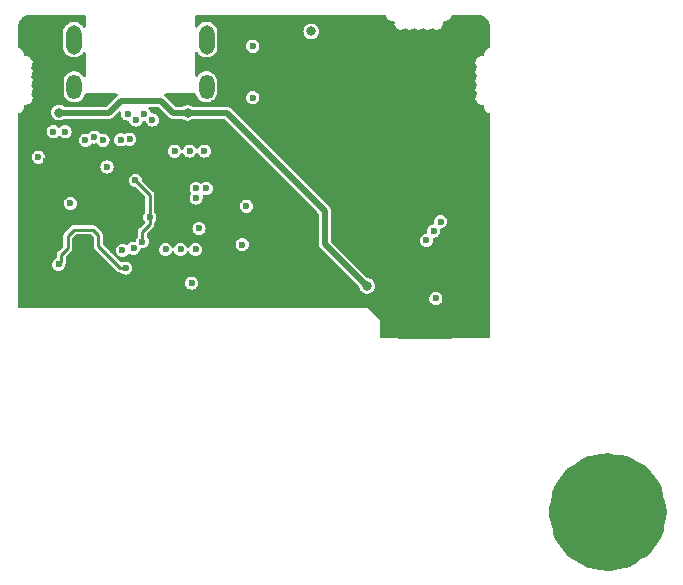
<source format=gbr>
%TF.GenerationSoftware,KiCad,Pcbnew,7.0.10*%
%TF.CreationDate,2024-04-07T01:49:58-04:00*%
%TF.ProjectId,pixie-rev-4,70697869-652d-4726-9576-2d342e6b6963,rev?*%
%TF.SameCoordinates,Original*%
%TF.FileFunction,Copper,L4,Bot*%
%TF.FilePolarity,Positive*%
%FSLAX46Y46*%
G04 Gerber Fmt 4.6, Leading zero omitted, Abs format (unit mm)*
G04 Created by KiCad (PCBNEW 7.0.10) date 2024-04-07 01:49:58*
%MOMM*%
%LPD*%
G01*
G04 APERTURE LIST*
%TA.AperFunction,EtchedComponent*%
%ADD10C,5.000000*%
%TD*%
%TA.AperFunction,ComponentPad*%
%ADD11O,1.300000X2.100000*%
%TD*%
%TA.AperFunction,ComponentPad*%
%ADD12O,1.300000X2.500000*%
%TD*%
%TA.AperFunction,ComponentPad*%
%ADD13R,0.900000X0.500000*%
%TD*%
%TA.AperFunction,ViaPad*%
%ADD14C,0.600000*%
%TD*%
%TA.AperFunction,ViaPad*%
%ADD15C,0.808000*%
%TD*%
%TA.AperFunction,Conductor*%
%ADD16C,0.508000*%
%TD*%
%TA.AperFunction,Conductor*%
%ADD17C,0.254000*%
%TD*%
G04 APERTURE END LIST*
%TO.C,REF\u002A\u002A*%
D10*
X152458581Y-112090916D02*
G75*
G03*
X147458581Y-112090916I-2500000J0D01*
G01*
X147458581Y-112090916D02*
G75*
G03*
X152458581Y-112090916I2500000J0D01*
G01*
%TD*%
D11*
%TO.P,J1,S1,SHEILD*%
%TO.N,unconnected-(J1-SHEILD-PadS1)*%
X115980000Y-76100000D03*
D12*
%TO.P,J1,S2,SHEILD*%
%TO.N,unconnected-(J1-SHEILD-PadS2)*%
X116000000Y-72100000D03*
D11*
%TO.P,J1,S3,SHEILD*%
%TO.N,unconnected-(J1-SHEILD-PadS3)*%
X104780000Y-76100000D03*
D12*
%TO.P,J1,S4,SHEILD*%
%TO.N,unconnected-(J1-SHEILD-PadS4)*%
X104760000Y-72100000D03*
%TD*%
D13*
%TO.P,AE1,2*%
%TO.N,GND*%
X101500000Y-94550000D03*
%TD*%
D14*
%TO.N,GND*%
X105050000Y-82750000D03*
X105250000Y-91425000D03*
X101450000Y-83850000D03*
D15*
X128500000Y-72300000D03*
D14*
X114500000Y-94500000D03*
X100500000Y-92800000D03*
X102380498Y-78950000D03*
X116525500Y-90550000D03*
X120500000Y-79200000D03*
X100500000Y-89400000D03*
X117650000Y-90800000D03*
X100500000Y-87700000D03*
X104650000Y-83500000D03*
X132050000Y-88500000D03*
X100500000Y-80900000D03*
X106700000Y-91325000D03*
X105600000Y-94500000D03*
X115600000Y-94500000D03*
X108325000Y-87825000D03*
X139500000Y-96500000D03*
X102300000Y-93700000D03*
X113410000Y-80700000D03*
X138299999Y-70500000D03*
X107300000Y-85050000D03*
X102350000Y-83950000D03*
X139500000Y-83000000D03*
X100500000Y-91100000D03*
X120850000Y-83350000D03*
X106400000Y-77280000D03*
X102800000Y-89500000D03*
X131700000Y-92800000D03*
X111220000Y-90280000D03*
X110075000Y-94500000D03*
X113400000Y-94500000D03*
X118800000Y-83900000D03*
X101800000Y-89500000D03*
X104360000Y-91560000D03*
X101275000Y-88700000D03*
X108650000Y-92150000D03*
X118900000Y-87350000D03*
X100500000Y-93700000D03*
X104525000Y-92625000D03*
X103600000Y-92900000D03*
X105225000Y-92150000D03*
X102900000Y-84800000D03*
X139500000Y-94000000D03*
X106400000Y-86975000D03*
X118750000Y-82300000D03*
X100500000Y-86000000D03*
X128000000Y-78450000D03*
X116700000Y-94500000D03*
X102435500Y-81400000D03*
X128250000Y-83300000D03*
X104500000Y-94500000D03*
X100518219Y-94527124D03*
X107825000Y-92400000D03*
X108900000Y-94500000D03*
X107240000Y-92960000D03*
X102410355Y-82405576D03*
X108057133Y-89914906D03*
X104850000Y-81150000D03*
X105400000Y-83950000D03*
X104750000Y-81950000D03*
X125150000Y-90450000D03*
X103600000Y-85150000D03*
X111200000Y-93500000D03*
X126400000Y-94500000D03*
X130650000Y-72450000D03*
X105950000Y-93900000D03*
X103000000Y-93600000D03*
X100500000Y-84300000D03*
X107300000Y-85925000D03*
X124150000Y-75050000D03*
X102500000Y-90700000D03*
X120600000Y-70500000D03*
X104800000Y-74200000D03*
X107275000Y-86950000D03*
X106700000Y-94500000D03*
X116450000Y-79750000D03*
X108700000Y-93300000D03*
X139500000Y-72400000D03*
X125900000Y-70500000D03*
D15*
X118400000Y-71400000D03*
D14*
X130500000Y-82000000D03*
X111200000Y-94500000D03*
X124900000Y-83500000D03*
X127250000Y-86500000D03*
X101400000Y-93700000D03*
X109175000Y-85925000D03*
X120800000Y-91550000D03*
X114730000Y-80330000D03*
X102380498Y-80450000D03*
X115100000Y-87025000D03*
X100500000Y-70700000D03*
X105300000Y-89500000D03*
X135550000Y-92050000D03*
X129300000Y-91300000D03*
X107500000Y-91600000D03*
X124550000Y-79350000D03*
X119900000Y-94500000D03*
X118500000Y-92200000D03*
X111850000Y-84025000D03*
X109900000Y-92700000D03*
X123000000Y-91400000D03*
X139500000Y-90000000D03*
X102600000Y-94429978D03*
X103400000Y-70500000D03*
X108300000Y-85925000D03*
X116600000Y-77500000D03*
X106400000Y-85925000D03*
X112600000Y-87025000D03*
X132050000Y-95500000D03*
X111274204Y-81816717D03*
X130500000Y-74500000D03*
X104760000Y-90780000D03*
X116650000Y-81250000D03*
X124800000Y-88400000D03*
X109175000Y-86950000D03*
D15*
X126350000Y-92950000D03*
D14*
X103500000Y-88800000D03*
X121900000Y-73100000D03*
X115650000Y-79200000D03*
X104100000Y-82800000D03*
X123200000Y-86300000D03*
X120900000Y-87400000D03*
X112300000Y-94500000D03*
X116100000Y-93800000D03*
X105100000Y-79850000D03*
X105050000Y-94100000D03*
X103500000Y-81500000D03*
X106550000Y-93425000D03*
X117100000Y-74000000D03*
X113900000Y-87025000D03*
X114380000Y-77280000D03*
X108300000Y-85050000D03*
X105300000Y-88870000D03*
X119300000Y-75300000D03*
X130100000Y-70500000D03*
X113500000Y-84025000D03*
X116550000Y-86300000D03*
X107800000Y-94500000D03*
X128250000Y-88200000D03*
X139500000Y-87000000D03*
X108300000Y-86975000D03*
X103700000Y-86100000D03*
X139500000Y-80000000D03*
%TO.N,/SW_4*%
X135400000Y-94000000D03*
X108859122Y-89940878D03*
D15*
%TO.N,/PIXEL*%
X124850000Y-71400000D03*
D14*
X115100000Y-84700000D03*
%TO.N,/SW_3*%
X119000000Y-89450000D03*
X134600000Y-89100000D03*
D15*
%TO.N,5V*%
X129580000Y-92950000D03*
X103500000Y-78270000D03*
X114375000Y-78300000D03*
D14*
%TO.N,3V3*%
X111179617Y-87124045D03*
X109960000Y-84020000D03*
X109125000Y-91425000D03*
X110545000Y-89200000D03*
X103450000Y-91125000D03*
%TO.N,/MCU/CHIP_PU*%
X114720000Y-92700000D03*
X109800000Y-89750000D03*
%TO.N,/Power/USB_D+*%
X110700000Y-78400000D03*
X109300000Y-78400000D03*
X103000000Y-79900000D03*
%TO.N,/Power/USB_D-*%
X110000000Y-78900000D03*
X111400000Y-78900000D03*
X104000000Y-79900000D03*
%TO.N,/MCU/DISP_DC*%
X119350000Y-86200000D03*
X115350000Y-88083128D03*
%TO.N,/MCU/FLASH_CS0*%
X112515500Y-89850000D03*
X107550000Y-82875000D03*
%TO.N,/MCU/FLASH_IO0*%
X106475000Y-80340000D03*
X115805000Y-81530000D03*
%TO.N,/MCU/FLASH_IO2*%
X108720000Y-80580000D03*
X115055500Y-89850000D03*
%TO.N,/MCU/FLASH_CLK*%
X114550000Y-81525000D03*
X107225000Y-80610000D03*
%TO.N,/MCU/FLASH_IO1*%
X113785500Y-89850000D03*
X105730000Y-80610000D03*
%TO.N,/MCU/FLASH_IO3*%
X109480000Y-80521770D03*
X113275000Y-81540000D03*
%TO.N,Net-(J2-LEDK)*%
X119900000Y-72650000D03*
X119900000Y-77000000D03*
%TO.N,Net-(U4-U0TXD{slash}GPIO21)*%
X101750000Y-82050000D03*
X104450000Y-85950000D03*
%TO.N,/MCU/SW_1*%
X135800000Y-87500000D03*
X115975000Y-84700000D03*
%TO.N,/MCU/SW_2*%
X135200000Y-88300000D03*
X115100000Y-85500000D03*
%TD*%
D16*
%TO.N,5V*%
X126000000Y-86610050D02*
X117689950Y-78300000D01*
X103500000Y-78270000D02*
X103505000Y-78275000D01*
X107750000Y-78275000D02*
X108750000Y-77275000D01*
X126000000Y-89370000D02*
X126000000Y-86610050D01*
X129580000Y-92950000D02*
X126000000Y-89370000D01*
X112150000Y-77275000D02*
X113175000Y-78300000D01*
X108750000Y-77275000D02*
X112150000Y-77275000D01*
X117689950Y-78300000D02*
X114375000Y-78300000D01*
X103505000Y-78275000D02*
X107750000Y-78275000D01*
X113175000Y-78300000D02*
X114375000Y-78300000D01*
D17*
%TO.N,3V3*%
X111179617Y-87720383D02*
X111179617Y-87124045D01*
X110545000Y-88355000D02*
X111179617Y-87720383D01*
X103700000Y-90875000D02*
X103700000Y-90300000D01*
X103450000Y-91125000D02*
X103700000Y-90875000D01*
X106800000Y-89575000D02*
X108650000Y-91425000D01*
X104225000Y-88725000D02*
X104750000Y-88200000D01*
X106375000Y-88200000D02*
X106800000Y-88625000D01*
X106800000Y-88625000D02*
X106800000Y-89575000D01*
X110545000Y-89200000D02*
X110545000Y-88355000D01*
X111179617Y-87124045D02*
X111179617Y-85239617D01*
X103700000Y-90300000D02*
X104225000Y-89775000D01*
X104750000Y-88200000D02*
X106375000Y-88200000D01*
X111179617Y-85239617D02*
X109960000Y-84020000D01*
X108650000Y-91425000D02*
X109125000Y-91425000D01*
X104225000Y-89775000D02*
X104225000Y-88725000D01*
%TD*%
%TA.AperFunction,Conductor*%
%TO.N,GND*%
G36*
X105701621Y-70020502D02*
G01*
X105748114Y-70074158D01*
X105759500Y-70126500D01*
X105759500Y-70951947D01*
X105739498Y-71020068D01*
X105685842Y-71066561D01*
X105615568Y-71076665D01*
X105550988Y-71047171D01*
X105524381Y-71014948D01*
X105518925Y-71005498D01*
X105495786Y-70965420D01*
X105368562Y-70824123D01*
X105252862Y-70740062D01*
X105214741Y-70712365D01*
X105041045Y-70635031D01*
X104855067Y-70595500D01*
X104664933Y-70595500D01*
X104478954Y-70635031D01*
X104305258Y-70712365D01*
X104151438Y-70824122D01*
X104024215Y-70965418D01*
X104024214Y-70965420D01*
X104001075Y-71005498D01*
X103929148Y-71130077D01*
X103870391Y-71310908D01*
X103855500Y-71452593D01*
X103855500Y-72747406D01*
X103870391Y-72889091D01*
X103929148Y-73069922D01*
X103941885Y-73091982D01*
X104024214Y-73234580D01*
X104151438Y-73375877D01*
X104305259Y-73487635D01*
X104478955Y-73564969D01*
X104664933Y-73604500D01*
X104855067Y-73604500D01*
X105041045Y-73564969D01*
X105214741Y-73487635D01*
X105368562Y-73375877D01*
X105495786Y-73234580D01*
X105524381Y-73185051D01*
X105575764Y-73136059D01*
X105645477Y-73122623D01*
X105711388Y-73149009D01*
X105752570Y-73206842D01*
X105759500Y-73248052D01*
X105759500Y-75117306D01*
X105739498Y-75185427D01*
X105685842Y-75231920D01*
X105615568Y-75242024D01*
X105550988Y-75212530D01*
X105524382Y-75180309D01*
X105515786Y-75165420D01*
X105388562Y-75024123D01*
X105336207Y-74986085D01*
X105234741Y-74912365D01*
X105061045Y-74835031D01*
X104875067Y-74795500D01*
X104684933Y-74795500D01*
X104498954Y-74835031D01*
X104325258Y-74912365D01*
X104171438Y-75024122D01*
X104044215Y-75165418D01*
X104044214Y-75165420D01*
X104035618Y-75180309D01*
X103949148Y-75330077D01*
X103890391Y-75510908D01*
X103875500Y-75652593D01*
X103875500Y-76547406D01*
X103890391Y-76689091D01*
X103916385Y-76769090D01*
X103949147Y-76869920D01*
X104044214Y-77034580D01*
X104171438Y-77175877D01*
X104325259Y-77287635D01*
X104498955Y-77364969D01*
X104684933Y-77404500D01*
X104875067Y-77404500D01*
X105061045Y-77364969D01*
X105234741Y-77287635D01*
X105388562Y-77175877D01*
X105515786Y-77034580D01*
X105610853Y-76869920D01*
X105653848Y-76737594D01*
X105693922Y-76678989D01*
X105737176Y-76660709D01*
X105736924Y-76660098D01*
X105736982Y-76660074D01*
X105740186Y-76659437D01*
X105759318Y-76651352D01*
X105773604Y-76650531D01*
X105785023Y-76650524D01*
X105785023Y-76650526D01*
X105785158Y-76650500D01*
X108356391Y-76650500D01*
X108424512Y-76670502D01*
X108471005Y-76724158D01*
X108481109Y-76794432D01*
X108451615Y-76859012D01*
X108438890Y-76871735D01*
X108437098Y-76873288D01*
X108434111Y-76875876D01*
X108427135Y-76881497D01*
X108416152Y-76889720D01*
X108406457Y-76899415D01*
X108399879Y-76905539D01*
X108361750Y-76938578D01*
X108361746Y-76938583D01*
X108359095Y-76942708D01*
X108342201Y-76963671D01*
X107576275Y-77729596D01*
X107513965Y-77763620D01*
X107487182Y-77766500D01*
X103972480Y-77766500D01*
X103904359Y-77746498D01*
X103888926Y-77734812D01*
X103876817Y-77724084D01*
X103876813Y-77724082D01*
X103735220Y-77649769D01*
X103579957Y-77611500D01*
X103579956Y-77611500D01*
X103420044Y-77611500D01*
X103420042Y-77611500D01*
X103264779Y-77649769D01*
X103123186Y-77724082D01*
X103123182Y-77724084D01*
X103003484Y-77830128D01*
X102912647Y-77961728D01*
X102912644Y-77961734D01*
X102855938Y-78111253D01*
X102855937Y-78111257D01*
X102836664Y-78269997D01*
X102836664Y-78270002D01*
X102855937Y-78428742D01*
X102855938Y-78428746D01*
X102912644Y-78578265D01*
X102912647Y-78578271D01*
X103003484Y-78709871D01*
X103003485Y-78709872D01*
X103003486Y-78709873D01*
X103123182Y-78815915D01*
X103264778Y-78890230D01*
X103420044Y-78928500D01*
X103420045Y-78928500D01*
X103579955Y-78928500D01*
X103579956Y-78928500D01*
X103735222Y-78890230D01*
X103876818Y-78815915D01*
X103877636Y-78815189D01*
X103878363Y-78814848D01*
X103883086Y-78811588D01*
X103883628Y-78812373D01*
X103941888Y-78784988D01*
X103961192Y-78783500D01*
X107681784Y-78783500D01*
X107708565Y-78786378D01*
X107713351Y-78787420D01*
X107713351Y-78787419D01*
X107713352Y-78787420D01*
X107747356Y-78784988D01*
X107763674Y-78783820D01*
X107772662Y-78783500D01*
X107786366Y-78783500D01*
X107786368Y-78783500D01*
X107799953Y-78781546D01*
X107808853Y-78780589D01*
X107859201Y-78776989D01*
X107863794Y-78775275D01*
X107889893Y-78768614D01*
X107894734Y-78767919D01*
X107940633Y-78746957D01*
X107948914Y-78743526D01*
X107996204Y-78725889D01*
X108000117Y-78722958D01*
X108023299Y-78709204D01*
X108027743Y-78707176D01*
X108065891Y-78674119D01*
X108072861Y-78668503D01*
X108083848Y-78660280D01*
X108093551Y-78650575D01*
X108100118Y-78644461D01*
X108138250Y-78611421D01*
X108140898Y-78607299D01*
X108157796Y-78586330D01*
X108538378Y-78205748D01*
X108600688Y-78171724D01*
X108671503Y-78176789D01*
X108728339Y-78219336D01*
X108753150Y-78285856D01*
X108752393Y-78311290D01*
X108740715Y-78399998D01*
X108740715Y-78400000D01*
X108759771Y-78544752D01*
X108815644Y-78679641D01*
X108815649Y-78679649D01*
X108904525Y-78795474D01*
X109020350Y-78884350D01*
X109020357Y-78884355D01*
X109155246Y-78940228D01*
X109300000Y-78959285D01*
X109322653Y-78956302D01*
X109392799Y-78967240D01*
X109445899Y-79014367D01*
X109455929Y-79037406D01*
X109456612Y-79037124D01*
X109515644Y-79179641D01*
X109515649Y-79179649D01*
X109604525Y-79295474D01*
X109720350Y-79384350D01*
X109720357Y-79384355D01*
X109855246Y-79440228D01*
X110000000Y-79459285D01*
X110144754Y-79440228D01*
X110279643Y-79384355D01*
X110395474Y-79295474D01*
X110484355Y-79179643D01*
X110540228Y-79044754D01*
X110540228Y-79044752D01*
X110543388Y-79037124D01*
X110545631Y-79038053D01*
X110576136Y-78987998D01*
X110639994Y-78956971D01*
X110677342Y-78956302D01*
X110700000Y-78959285D01*
X110722653Y-78956302D01*
X110792799Y-78967240D01*
X110845899Y-79014367D01*
X110855929Y-79037406D01*
X110856612Y-79037124D01*
X110915644Y-79179641D01*
X110915649Y-79179649D01*
X111004525Y-79295474D01*
X111120350Y-79384350D01*
X111120357Y-79384355D01*
X111255246Y-79440228D01*
X111400000Y-79459285D01*
X111544754Y-79440228D01*
X111679643Y-79384355D01*
X111795474Y-79295474D01*
X111884355Y-79179643D01*
X111940228Y-79044754D01*
X111959285Y-78900000D01*
X111940228Y-78755246D01*
X111884355Y-78620358D01*
X111795474Y-78504526D01*
X111795472Y-78504524D01*
X111795471Y-78504523D01*
X111679649Y-78415649D01*
X111679641Y-78415644D01*
X111544752Y-78359771D01*
X111400000Y-78340715D01*
X111399998Y-78340715D01*
X111377345Y-78343697D01*
X111307196Y-78332757D01*
X111254098Y-78285628D01*
X111244072Y-78262593D01*
X111243388Y-78262877D01*
X111240228Y-78255249D01*
X111240228Y-78255246D01*
X111184355Y-78120358D01*
X111095474Y-78004526D01*
X111095472Y-78004524D01*
X111095468Y-78004519D01*
X111089635Y-77998686D01*
X111092202Y-77996118D01*
X111060110Y-77952320D01*
X111055771Y-77881456D01*
X111090433Y-77819496D01*
X111153091Y-77786111D01*
X111178611Y-77783500D01*
X111887182Y-77783500D01*
X111955303Y-77803502D01*
X111976277Y-77820405D01*
X112767199Y-78611327D01*
X112784101Y-78632300D01*
X112786748Y-78636419D01*
X112786750Y-78636422D01*
X112824869Y-78669451D01*
X112831442Y-78675570D01*
X112841152Y-78685280D01*
X112841154Y-78685282D01*
X112852131Y-78693499D01*
X112859136Y-78699144D01*
X112870745Y-78709203D01*
X112897257Y-78732176D01*
X112899602Y-78733246D01*
X112901708Y-78734209D01*
X112924877Y-78747956D01*
X112928791Y-78750886D01*
X112928792Y-78750887D01*
X112928794Y-78750887D01*
X112928796Y-78750889D01*
X112976088Y-78768528D01*
X112984358Y-78771953D01*
X113030266Y-78792919D01*
X113032235Y-78793202D01*
X113035111Y-78793616D01*
X113061208Y-78800276D01*
X113065799Y-78801989D01*
X113116126Y-78805588D01*
X113125064Y-78806549D01*
X113138632Y-78808500D01*
X113152338Y-78808500D01*
X113161325Y-78808820D01*
X113173673Y-78809704D01*
X113211647Y-78812420D01*
X113211647Y-78812419D01*
X113211649Y-78812420D01*
X113216434Y-78811378D01*
X113243216Y-78808500D01*
X113908164Y-78808500D01*
X113976285Y-78828502D01*
X113991719Y-78840189D01*
X113998183Y-78845916D01*
X114065464Y-78881227D01*
X114139778Y-78920230D01*
X114295044Y-78958500D01*
X114295045Y-78958500D01*
X114454955Y-78958500D01*
X114454956Y-78958500D01*
X114610222Y-78920230D01*
X114751818Y-78845915D01*
X114758281Y-78840188D01*
X114822534Y-78809987D01*
X114841836Y-78808500D01*
X117427132Y-78808500D01*
X117495253Y-78828502D01*
X117516227Y-78845405D01*
X125454595Y-86783773D01*
X125488621Y-86846085D01*
X125491500Y-86872868D01*
X125491500Y-89301783D01*
X125488622Y-89328562D01*
X125487580Y-89333351D01*
X125491179Y-89383672D01*
X125491500Y-89392661D01*
X125491500Y-89406369D01*
X125493450Y-89419937D01*
X125494410Y-89428867D01*
X125498011Y-89479199D01*
X125498011Y-89479204D01*
X125499726Y-89483801D01*
X125506381Y-89509876D01*
X125507078Y-89514724D01*
X125507082Y-89514738D01*
X125528035Y-89560619D01*
X125531476Y-89568925D01*
X125549110Y-89616202D01*
X125549112Y-89616206D01*
X125552048Y-89620128D01*
X125565788Y-89643286D01*
X125567822Y-89647740D01*
X125567824Y-89647743D01*
X125600856Y-89685864D01*
X125606500Y-89692868D01*
X125614717Y-89703845D01*
X125614719Y-89703847D01*
X125614720Y-89703848D01*
X125624421Y-89713549D01*
X125630538Y-89720119D01*
X125658149Y-89751984D01*
X125663580Y-89758251D01*
X125667697Y-89760897D01*
X125688672Y-89777800D01*
X128893628Y-92982755D01*
X128927654Y-93045067D01*
X128929614Y-93056662D01*
X128935938Y-93108744D01*
X128935938Y-93108746D01*
X128935939Y-93108747D01*
X128964614Y-93184355D01*
X128992644Y-93258265D01*
X128992647Y-93258271D01*
X129083484Y-93389871D01*
X129083485Y-93389872D01*
X129083486Y-93389873D01*
X129203182Y-93495915D01*
X129344778Y-93570230D01*
X129500044Y-93608500D01*
X129500045Y-93608500D01*
X129659955Y-93608500D01*
X129659956Y-93608500D01*
X129815222Y-93570230D01*
X129956818Y-93495915D01*
X130076514Y-93389873D01*
X130167355Y-93258268D01*
X130224061Y-93108747D01*
X130243336Y-92950000D01*
X130243336Y-92949997D01*
X130224062Y-92791257D01*
X130224061Y-92791253D01*
X130189453Y-92700000D01*
X130167355Y-92641732D01*
X130076514Y-92510127D01*
X129956818Y-92404085D01*
X129956817Y-92404084D01*
X129956813Y-92404082D01*
X129903600Y-92376154D01*
X129815222Y-92329770D01*
X129815219Y-92329769D01*
X129815217Y-92329768D01*
X129668405Y-92293581D01*
X129609465Y-92260338D01*
X126545405Y-89196277D01*
X126511379Y-89133965D01*
X126508500Y-89107182D01*
X126508500Y-89100000D01*
X134040715Y-89100000D01*
X134059771Y-89244752D01*
X134115644Y-89379641D01*
X134115649Y-89379649D01*
X134204525Y-89495474D01*
X134320350Y-89584350D01*
X134320357Y-89584355D01*
X134455246Y-89640228D01*
X134600000Y-89659285D01*
X134744754Y-89640228D01*
X134879643Y-89584355D01*
X134995474Y-89495474D01*
X135084355Y-89379643D01*
X135140228Y-89244754D01*
X135159285Y-89100000D01*
X135145274Y-88993575D01*
X135156213Y-88923428D01*
X135203341Y-88870329D01*
X135253748Y-88852208D01*
X135344754Y-88840228D01*
X135479643Y-88784355D01*
X135595474Y-88695474D01*
X135684355Y-88579643D01*
X135740228Y-88444754D01*
X135759285Y-88300000D01*
X135745274Y-88193575D01*
X135756213Y-88123428D01*
X135803341Y-88070329D01*
X135853748Y-88052208D01*
X135944754Y-88040228D01*
X136079643Y-87984355D01*
X136195474Y-87895474D01*
X136284355Y-87779643D01*
X136340228Y-87644754D01*
X136359285Y-87500000D01*
X136340228Y-87355246D01*
X136284355Y-87220358D01*
X136195474Y-87104526D01*
X136195472Y-87104524D01*
X136195471Y-87104523D01*
X136079649Y-87015649D01*
X136079641Y-87015644D01*
X135944752Y-86959771D01*
X135800000Y-86940715D01*
X135655247Y-86959771D01*
X135608123Y-86979291D01*
X135520358Y-87015645D01*
X135520357Y-87015646D01*
X135520356Y-87015646D01*
X135404526Y-87104526D01*
X135315646Y-87220356D01*
X135315645Y-87220358D01*
X135295581Y-87268797D01*
X135259771Y-87355247D01*
X135240715Y-87499999D01*
X135240715Y-87500001D01*
X135254725Y-87606424D01*
X135243785Y-87676572D01*
X135196657Y-87729671D01*
X135146250Y-87747791D01*
X135055247Y-87759771D01*
X135007259Y-87779649D01*
X134920358Y-87815645D01*
X134920357Y-87815646D01*
X134920356Y-87815646D01*
X134804526Y-87904526D01*
X134715646Y-88020356D01*
X134715645Y-88020358D01*
X134705261Y-88045427D01*
X134659771Y-88155247D01*
X134640715Y-88299999D01*
X134640715Y-88300001D01*
X134654725Y-88406424D01*
X134643785Y-88476572D01*
X134596657Y-88529671D01*
X134546250Y-88547791D01*
X134455247Y-88559771D01*
X134407259Y-88579649D01*
X134320358Y-88615645D01*
X134320357Y-88615646D01*
X134320356Y-88615646D01*
X134204526Y-88704526D01*
X134115646Y-88820356D01*
X134115645Y-88820358D01*
X134087708Y-88887802D01*
X134059771Y-88955247D01*
X134040715Y-89099999D01*
X134040715Y-89100000D01*
X126508500Y-89100000D01*
X126508500Y-86678258D01*
X126511379Y-86651477D01*
X126512419Y-86646698D01*
X126508820Y-86596388D01*
X126508500Y-86587401D01*
X126508500Y-86573681D01*
X126506548Y-86560109D01*
X126505586Y-86551161D01*
X126501988Y-86500850D01*
X126501988Y-86500849D01*
X126500278Y-86496266D01*
X126493614Y-86470154D01*
X126492919Y-86465316D01*
X126471960Y-86419423D01*
X126468517Y-86411112D01*
X126450888Y-86363846D01*
X126447951Y-86359922D01*
X126434212Y-86336766D01*
X126432176Y-86332307D01*
X126420841Y-86319226D01*
X126399137Y-86294177D01*
X126393495Y-86287175D01*
X126385286Y-86276210D01*
X126385285Y-86276209D01*
X126385280Y-86276202D01*
X126375582Y-86266504D01*
X126369452Y-86259920D01*
X126336422Y-86221800D01*
X126336419Y-86221798D01*
X126332300Y-86219151D01*
X126311327Y-86202249D01*
X118097749Y-77988671D01*
X118080843Y-77967691D01*
X118078201Y-77963580D01*
X118040071Y-77930540D01*
X118033499Y-77924421D01*
X118023798Y-77914720D01*
X118023797Y-77914719D01*
X118023795Y-77914717D01*
X118012818Y-77906500D01*
X118005814Y-77900856D01*
X117967693Y-77867824D01*
X117967690Y-77867822D01*
X117963236Y-77865788D01*
X117940078Y-77852048D01*
X117936156Y-77849112D01*
X117936152Y-77849110D01*
X117888875Y-77831476D01*
X117880569Y-77828035D01*
X117834688Y-77807082D01*
X117834674Y-77807078D01*
X117829826Y-77806381D01*
X117803751Y-77799726D01*
X117799152Y-77798011D01*
X117748817Y-77794410D01*
X117739887Y-77793450D01*
X117726319Y-77791500D01*
X117726318Y-77791500D01*
X117712612Y-77791500D01*
X117703624Y-77791179D01*
X117701529Y-77791029D01*
X117653302Y-77787579D01*
X117653301Y-77787580D01*
X117648516Y-77788621D01*
X117621734Y-77791500D01*
X114841836Y-77791500D01*
X114773715Y-77771498D01*
X114758281Y-77759811D01*
X114751816Y-77754083D01*
X114610220Y-77679769D01*
X114454957Y-77641500D01*
X114454956Y-77641500D01*
X114295044Y-77641500D01*
X114295042Y-77641500D01*
X114139779Y-77679769D01*
X113998183Y-77754083D01*
X113991719Y-77759811D01*
X113927466Y-77790013D01*
X113908164Y-77791500D01*
X113437818Y-77791500D01*
X113369697Y-77771498D01*
X113348723Y-77754595D01*
X112557799Y-76963671D01*
X112540893Y-76942691D01*
X112538251Y-76938580D01*
X112500121Y-76905540D01*
X112493543Y-76899415D01*
X112483848Y-76889720D01*
X112483847Y-76889719D01*
X112483845Y-76889717D01*
X112472868Y-76881500D01*
X112465869Y-76875860D01*
X112461100Y-76871728D01*
X112422713Y-76812004D01*
X112422710Y-76741007D01*
X112461091Y-76681279D01*
X112525671Y-76651783D01*
X112543608Y-76650500D01*
X114974842Y-76650500D01*
X114974976Y-76650526D01*
X114974977Y-76650524D01*
X114986395Y-76650531D01*
X115010095Y-76657505D01*
X115023018Y-76660074D01*
X115023076Y-76660098D01*
X115022623Y-76661192D01*
X115054504Y-76670575D01*
X115100964Y-76724259D01*
X115106151Y-76737594D01*
X115116385Y-76769090D01*
X115149147Y-76869920D01*
X115244214Y-77034580D01*
X115371438Y-77175877D01*
X115525259Y-77287635D01*
X115698955Y-77364969D01*
X115884933Y-77404500D01*
X116075067Y-77404500D01*
X116261045Y-77364969D01*
X116434741Y-77287635D01*
X116588562Y-77175877D01*
X116715786Y-77034580D01*
X116735751Y-77000000D01*
X119340715Y-77000000D01*
X119359771Y-77144752D01*
X119415644Y-77279641D01*
X119415649Y-77279649D01*
X119504525Y-77395474D01*
X119616042Y-77481044D01*
X119620357Y-77484355D01*
X119755246Y-77540228D01*
X119900000Y-77559285D01*
X120044754Y-77540228D01*
X120179643Y-77484355D01*
X120295474Y-77395474D01*
X120384355Y-77279643D01*
X120440228Y-77144754D01*
X120459285Y-77000000D01*
X120440228Y-76855246D01*
X120384355Y-76720358D01*
X120295474Y-76604526D01*
X120295472Y-76604524D01*
X120295471Y-76604523D01*
X120179649Y-76515649D01*
X120179641Y-76515644D01*
X120044752Y-76459771D01*
X119900000Y-76440715D01*
X119755247Y-76459771D01*
X119691721Y-76486085D01*
X119620358Y-76515645D01*
X119620357Y-76515646D01*
X119620356Y-76515646D01*
X119504526Y-76604526D01*
X119415646Y-76720356D01*
X119415645Y-76720358D01*
X119393835Y-76773011D01*
X119359771Y-76855247D01*
X119340715Y-76999999D01*
X119340715Y-77000000D01*
X116735751Y-77000000D01*
X116810853Y-76869920D01*
X116869608Y-76689092D01*
X116884500Y-76547401D01*
X116884500Y-75652599D01*
X116869608Y-75510908D01*
X116810853Y-75330080D01*
X116715786Y-75165420D01*
X116588562Y-75024123D01*
X116536207Y-74986085D01*
X116434741Y-74912365D01*
X116261045Y-74835031D01*
X116075067Y-74795500D01*
X115884933Y-74795500D01*
X115698954Y-74835031D01*
X115525258Y-74912365D01*
X115371438Y-75024122D01*
X115244215Y-75165418D01*
X115244214Y-75165420D01*
X115235618Y-75180309D01*
X115184234Y-75229301D01*
X115114520Y-75242735D01*
X115048609Y-75216347D01*
X115007429Y-75158514D01*
X115000500Y-75117306D01*
X115000500Y-73248052D01*
X115020502Y-73179931D01*
X115074158Y-73133438D01*
X115144432Y-73123334D01*
X115209012Y-73152828D01*
X115235618Y-73185051D01*
X115264214Y-73234580D01*
X115391438Y-73375877D01*
X115545259Y-73487635D01*
X115718955Y-73564969D01*
X115904933Y-73604500D01*
X116095067Y-73604500D01*
X116281045Y-73564969D01*
X116454741Y-73487635D01*
X116608562Y-73375877D01*
X116735786Y-73234580D01*
X116830853Y-73069920D01*
X116889608Y-72889092D01*
X116904500Y-72747401D01*
X116904500Y-72650000D01*
X119340715Y-72650000D01*
X119359771Y-72794752D01*
X119415644Y-72929641D01*
X119415649Y-72929649D01*
X119504525Y-73045474D01*
X119620350Y-73134350D01*
X119620357Y-73134355D01*
X119755246Y-73190228D01*
X119900000Y-73209285D01*
X120044754Y-73190228D01*
X120179643Y-73134355D01*
X120295474Y-73045474D01*
X120384355Y-72929643D01*
X120440228Y-72794754D01*
X120459285Y-72650000D01*
X120440228Y-72505246D01*
X120384355Y-72370358D01*
X120295474Y-72254526D01*
X120295472Y-72254524D01*
X120295471Y-72254523D01*
X120179649Y-72165649D01*
X120179641Y-72165644D01*
X120044752Y-72109771D01*
X119900000Y-72090715D01*
X119755247Y-72109771D01*
X119687802Y-72137708D01*
X119620358Y-72165645D01*
X119620357Y-72165646D01*
X119620356Y-72165646D01*
X119504526Y-72254526D01*
X119415646Y-72370356D01*
X119415645Y-72370358D01*
X119387708Y-72437802D01*
X119359771Y-72505247D01*
X119340715Y-72649999D01*
X119340715Y-72650000D01*
X116904500Y-72650000D01*
X116904500Y-71452599D01*
X116898972Y-71400002D01*
X124186664Y-71400002D01*
X124205937Y-71558742D01*
X124205938Y-71558746D01*
X124262644Y-71708265D01*
X124262647Y-71708271D01*
X124353484Y-71839871D01*
X124353485Y-71839872D01*
X124353486Y-71839873D01*
X124473182Y-71945915D01*
X124614778Y-72020230D01*
X124770044Y-72058500D01*
X124770045Y-72058500D01*
X124929955Y-72058500D01*
X124929956Y-72058500D01*
X125085222Y-72020230D01*
X125226818Y-71945915D01*
X125346514Y-71839873D01*
X125437355Y-71708268D01*
X125494061Y-71558747D01*
X125506950Y-71452599D01*
X125513336Y-71400002D01*
X125513336Y-71399997D01*
X125494062Y-71241257D01*
X125494061Y-71241253D01*
X125468851Y-71174780D01*
X125437355Y-71091732D01*
X125387889Y-71020068D01*
X125346515Y-70960128D01*
X125226817Y-70854084D01*
X125226813Y-70854082D01*
X125085220Y-70779769D01*
X124929957Y-70741500D01*
X124929956Y-70741500D01*
X124770044Y-70741500D01*
X124770042Y-70741500D01*
X124614779Y-70779769D01*
X124473186Y-70854082D01*
X124473182Y-70854084D01*
X124353484Y-70960128D01*
X124262647Y-71091728D01*
X124262644Y-71091734D01*
X124205938Y-71241253D01*
X124205937Y-71241257D01*
X124186664Y-71399997D01*
X124186664Y-71400002D01*
X116898972Y-71400002D01*
X116889608Y-71310908D01*
X116830853Y-71130080D01*
X116735786Y-70965420D01*
X116608562Y-70824123D01*
X116492862Y-70740062D01*
X116454741Y-70712365D01*
X116281045Y-70635031D01*
X116095067Y-70595500D01*
X115904933Y-70595500D01*
X115718954Y-70635031D01*
X115545258Y-70712365D01*
X115391438Y-70824122D01*
X115264215Y-70965418D01*
X115264214Y-70965419D01*
X115235619Y-71014948D01*
X115184235Y-71063941D01*
X115114522Y-71077376D01*
X115048611Y-71050989D01*
X115007430Y-70993156D01*
X115000500Y-70951947D01*
X115000500Y-70126500D01*
X115020502Y-70058379D01*
X115074158Y-70011886D01*
X115126500Y-70000500D01*
X131085295Y-70000500D01*
X131153416Y-70020502D01*
X131199909Y-70074158D01*
X131207000Y-70093885D01*
X131222942Y-70153378D01*
X131233607Y-70193183D01*
X131233610Y-70193190D01*
X131299497Y-70307310D01*
X131299505Y-70307320D01*
X131392679Y-70400494D01*
X131392684Y-70400498D01*
X131392686Y-70400500D01*
X131392687Y-70400501D01*
X131392689Y-70400502D01*
X131433294Y-70423945D01*
X131506814Y-70466392D01*
X131634108Y-70500500D01*
X131634110Y-70500500D01*
X131774150Y-70500500D01*
X131774150Y-70503335D01*
X131830649Y-70512134D01*
X131883758Y-70559251D01*
X131902962Y-70627601D01*
X131902677Y-70634726D01*
X131897367Y-70712365D01*
X131895619Y-70737921D01*
X131926408Y-70886085D01*
X131926409Y-70886088D01*
X131996028Y-71020445D01*
X131996030Y-71020448D01*
X132050975Y-71079280D01*
X132099320Y-71131044D01*
X132171239Y-71174779D01*
X132228618Y-71209672D01*
X132374333Y-71250500D01*
X132374335Y-71250500D01*
X132487658Y-71250500D01*
X132487671Y-71250499D01*
X132599915Y-71235071D01*
X132599916Y-71235070D01*
X132599920Y-71235070D01*
X132738720Y-71174780D01*
X132747797Y-71167395D01*
X132813259Y-71139919D01*
X132883186Y-71152196D01*
X132892784Y-71157475D01*
X132978618Y-71209672D01*
X133124333Y-71250500D01*
X133124335Y-71250500D01*
X133237658Y-71250500D01*
X133237671Y-71250499D01*
X133349915Y-71235071D01*
X133349916Y-71235070D01*
X133349920Y-71235070D01*
X133488720Y-71174780D01*
X133497797Y-71167395D01*
X133563259Y-71139919D01*
X133633186Y-71152196D01*
X133642784Y-71157475D01*
X133728618Y-71209672D01*
X133874333Y-71250500D01*
X133874335Y-71250500D01*
X133987658Y-71250500D01*
X133987671Y-71250499D01*
X134099915Y-71235071D01*
X134099916Y-71235070D01*
X134099920Y-71235070D01*
X134238720Y-71174780D01*
X134247797Y-71167395D01*
X134313259Y-71139919D01*
X134383186Y-71152196D01*
X134392784Y-71157475D01*
X134478618Y-71209672D01*
X134624333Y-71250500D01*
X134624335Y-71250500D01*
X134737658Y-71250500D01*
X134737671Y-71250499D01*
X134849915Y-71235071D01*
X134849916Y-71235070D01*
X134849920Y-71235070D01*
X134988720Y-71174780D01*
X134997797Y-71167395D01*
X135063259Y-71139919D01*
X135133186Y-71152196D01*
X135142784Y-71157475D01*
X135228618Y-71209672D01*
X135374333Y-71250500D01*
X135374335Y-71250500D01*
X135487658Y-71250500D01*
X135487671Y-71250499D01*
X135599915Y-71235071D01*
X135599916Y-71235070D01*
X135599920Y-71235070D01*
X135738720Y-71174780D01*
X135738721Y-71174778D01*
X135738723Y-71174778D01*
X135738725Y-71174776D01*
X135759991Y-71157475D01*
X135856108Y-71079278D01*
X135943377Y-70955647D01*
X135994054Y-70813056D01*
X136004381Y-70662079D01*
X136002310Y-70652112D01*
X136008033Y-70581347D01*
X136051107Y-70524910D01*
X136117855Y-70500719D01*
X136125850Y-70501012D01*
X136125850Y-70500500D01*
X136265890Y-70500500D01*
X136265892Y-70500500D01*
X136393186Y-70466392D01*
X136507314Y-70400500D01*
X136600500Y-70307314D01*
X136666392Y-70193186D01*
X136692998Y-70093888D01*
X136729950Y-70033266D01*
X136793810Y-70002245D01*
X136814705Y-70000500D01*
X138994493Y-70000500D01*
X139005474Y-70000979D01*
X139013300Y-70001663D01*
X139044887Y-70004427D01*
X139046124Y-70004542D01*
X139171603Y-70016901D01*
X139191847Y-70020584D01*
X139256419Y-70037886D01*
X139260252Y-70038981D01*
X139351432Y-70066640D01*
X139368092Y-70073014D01*
X139426329Y-70100171D01*
X139433794Y-70103652D01*
X139439939Y-70106724D01*
X139518940Y-70148951D01*
X139531812Y-70156858D01*
X139543337Y-70164928D01*
X139592829Y-70199583D01*
X139600491Y-70205396D01*
X139668383Y-70261113D01*
X139677545Y-70269418D01*
X139730580Y-70322453D01*
X139738885Y-70331615D01*
X139794602Y-70399507D01*
X139800415Y-70407169D01*
X139843138Y-70468183D01*
X139851047Y-70481058D01*
X139893274Y-70560059D01*
X139896346Y-70566204D01*
X139926982Y-70631902D01*
X139933362Y-70648577D01*
X139960996Y-70739674D01*
X139962129Y-70743640D01*
X139979412Y-70808144D01*
X139983098Y-70828404D01*
X139995456Y-70953874D01*
X139995583Y-70955239D01*
X139999020Y-70994513D01*
X139999500Y-71005498D01*
X139999500Y-72686260D01*
X139979498Y-72754381D01*
X139925842Y-72800874D01*
X139901540Y-72809100D01*
X139833655Y-72824595D01*
X139833650Y-72824596D01*
X139833649Y-72824597D01*
X139833647Y-72824597D01*
X139833644Y-72824599D01*
X139732037Y-72873530D01*
X139732035Y-72873531D01*
X139643854Y-72943854D01*
X139573531Y-73032035D01*
X139573530Y-73032037D01*
X139524599Y-73133644D01*
X139524597Y-73133649D01*
X139499500Y-73243605D01*
X139499500Y-73356394D01*
X139499838Y-73359395D01*
X139499500Y-73361324D01*
X139499500Y-73363469D01*
X139499124Y-73363469D01*
X139487587Y-73429327D01*
X139439473Y-73481534D01*
X139374630Y-73499500D01*
X139262328Y-73499500D01*
X139150084Y-73514928D01*
X139011276Y-73575221D01*
X139011274Y-73575223D01*
X138893894Y-73670719D01*
X138893891Y-73670722D01*
X138806623Y-73794351D01*
X138806621Y-73794356D01*
X138755946Y-73936942D01*
X138755945Y-73936948D01*
X138745619Y-74087918D01*
X138745619Y-74087921D01*
X138761233Y-74163057D01*
X138776409Y-74236088D01*
X138846061Y-74370509D01*
X138859642Y-74440195D01*
X138837127Y-74501139D01*
X138806621Y-74544356D01*
X138755946Y-74686942D01*
X138755945Y-74686948D01*
X138745817Y-74835031D01*
X138745619Y-74837921D01*
X138761233Y-74913057D01*
X138776409Y-74986088D01*
X138846061Y-75120509D01*
X138859642Y-75190195D01*
X138837127Y-75251139D01*
X138806621Y-75294356D01*
X138755946Y-75436942D01*
X138755945Y-75436948D01*
X138745619Y-75587919D01*
X138745619Y-75587921D01*
X138761233Y-75663057D01*
X138776409Y-75736088D01*
X138846061Y-75870509D01*
X138859642Y-75940195D01*
X138837127Y-76001139D01*
X138806621Y-76044356D01*
X138755946Y-76186942D01*
X138755945Y-76186948D01*
X138745619Y-76337919D01*
X138745619Y-76337921D01*
X138761233Y-76413057D01*
X138776409Y-76486088D01*
X138846061Y-76620509D01*
X138859642Y-76690195D01*
X138837127Y-76751138D01*
X138815286Y-76782081D01*
X138806621Y-76794356D01*
X138755946Y-76936942D01*
X138755945Y-76936948D01*
X138745619Y-77087918D01*
X138745619Y-77087921D01*
X138776408Y-77236085D01*
X138776409Y-77236088D01*
X138846028Y-77370445D01*
X138846030Y-77370448D01*
X138900975Y-77429280D01*
X138949320Y-77481044D01*
X139021241Y-77524780D01*
X139078618Y-77559672D01*
X139224333Y-77600500D01*
X139224335Y-77600500D01*
X139337658Y-77600500D01*
X139337668Y-77600499D01*
X139357917Y-77597716D01*
X139428127Y-77608255D01*
X139481493Y-77655080D01*
X139501073Y-77723323D01*
X139500284Y-77736639D01*
X139499500Y-77743602D01*
X139499500Y-77856394D01*
X139511998Y-77911149D01*
X139523964Y-77963579D01*
X139524597Y-77966350D01*
X139524599Y-77966355D01*
X139573530Y-78067962D01*
X139573531Y-78067964D01*
X139573532Y-78067965D01*
X139573533Y-78067967D01*
X139643854Y-78156146D01*
X139732033Y-78226467D01*
X139833649Y-78275403D01*
X139901538Y-78290898D01*
X139963500Y-78325557D01*
X139996887Y-78388214D01*
X139999500Y-78413739D01*
X139999500Y-97274310D01*
X139979498Y-97342431D01*
X139925842Y-97388924D01*
X139873695Y-97400310D01*
X133620230Y-97409999D01*
X133619604Y-97409998D01*
X130825569Y-97400430D01*
X130757517Y-97380195D01*
X130711208Y-97326380D01*
X130700000Y-97274431D01*
X130700000Y-95950000D01*
X130699999Y-95949999D01*
X129650001Y-94800000D01*
X129650000Y-94800000D01*
X100126500Y-94800000D01*
X100058379Y-94779998D01*
X100011886Y-94726342D01*
X100000500Y-94674000D01*
X100000500Y-94000000D01*
X134840715Y-94000000D01*
X134859771Y-94144752D01*
X134915644Y-94279641D01*
X134915649Y-94279649D01*
X135004525Y-94395474D01*
X135120350Y-94484350D01*
X135120357Y-94484355D01*
X135255246Y-94540228D01*
X135400000Y-94559285D01*
X135544754Y-94540228D01*
X135679643Y-94484355D01*
X135795474Y-94395474D01*
X135884355Y-94279643D01*
X135940228Y-94144754D01*
X135959285Y-94000000D01*
X135940228Y-93855246D01*
X135884355Y-93720358D01*
X135795474Y-93604526D01*
X135795472Y-93604524D01*
X135795471Y-93604523D01*
X135679649Y-93515649D01*
X135679641Y-93515644D01*
X135544752Y-93459771D01*
X135400000Y-93440715D01*
X135255247Y-93459771D01*
X135187802Y-93487708D01*
X135120358Y-93515645D01*
X135120357Y-93515646D01*
X135120356Y-93515646D01*
X135004526Y-93604526D01*
X134915646Y-93720356D01*
X134915645Y-93720358D01*
X134887708Y-93787802D01*
X134859771Y-93855247D01*
X134840715Y-93999999D01*
X134840715Y-94000000D01*
X100000500Y-94000000D01*
X100000500Y-92700000D01*
X114160715Y-92700000D01*
X114179771Y-92844752D01*
X114235644Y-92979641D01*
X114235649Y-92979649D01*
X114324525Y-93095474D01*
X114440350Y-93184350D01*
X114440357Y-93184355D01*
X114575246Y-93240228D01*
X114720000Y-93259285D01*
X114864754Y-93240228D01*
X114999643Y-93184355D01*
X115115474Y-93095474D01*
X115204355Y-92979643D01*
X115260228Y-92844754D01*
X115279285Y-92700000D01*
X115260228Y-92555246D01*
X115204355Y-92420358D01*
X115115474Y-92304526D01*
X115115472Y-92304524D01*
X115115471Y-92304523D01*
X114999649Y-92215649D01*
X114999641Y-92215644D01*
X114864752Y-92159771D01*
X114720000Y-92140715D01*
X114575247Y-92159771D01*
X114507802Y-92187708D01*
X114440358Y-92215645D01*
X114440357Y-92215646D01*
X114440356Y-92215646D01*
X114324526Y-92304526D01*
X114235646Y-92420356D01*
X114235645Y-92420358D01*
X114207708Y-92487802D01*
X114179771Y-92555247D01*
X114160715Y-92699999D01*
X114160715Y-92700000D01*
X100000500Y-92700000D01*
X100000500Y-91125000D01*
X102890715Y-91125000D01*
X102909771Y-91269752D01*
X102965644Y-91404641D01*
X102965649Y-91404649D01*
X103054525Y-91520474D01*
X103118748Y-91569754D01*
X103170357Y-91609355D01*
X103305246Y-91665228D01*
X103450000Y-91684285D01*
X103594754Y-91665228D01*
X103729643Y-91609355D01*
X103845474Y-91520474D01*
X103934355Y-91404643D01*
X103990228Y-91269754D01*
X104008976Y-91127339D01*
X104034469Y-91066392D01*
X104040158Y-91059085D01*
X104040159Y-91059079D01*
X104040161Y-91059078D01*
X104043954Y-91052069D01*
X104047470Y-91044876D01*
X104047475Y-91044870D01*
X104062656Y-90993873D01*
X104064221Y-90988989D01*
X104081500Y-90938661D01*
X104081500Y-90938655D01*
X104082819Y-90930749D01*
X104083805Y-90922843D01*
X104081608Y-90869727D01*
X104081500Y-90864519D01*
X104081500Y-90510212D01*
X104101502Y-90442091D01*
X104118399Y-90421122D01*
X104457549Y-90081972D01*
X104477721Y-90065593D01*
X104486956Y-90059560D01*
X104506701Y-90034190D01*
X104517051Y-90022471D01*
X104517114Y-90022409D01*
X104529397Y-90005204D01*
X104532482Y-90001065D01*
X104565158Y-89959085D01*
X104565159Y-89959079D01*
X104568957Y-89952064D01*
X104572470Y-89944876D01*
X104572475Y-89944870D01*
X104587656Y-89893873D01*
X104589221Y-89888989D01*
X104606500Y-89838661D01*
X104606500Y-89838655D01*
X104607819Y-89830749D01*
X104608805Y-89822843D01*
X104606608Y-89769727D01*
X104606500Y-89764519D01*
X104606500Y-88935213D01*
X104626502Y-88867092D01*
X104643405Y-88846117D01*
X104871119Y-88618404D01*
X104933431Y-88584379D01*
X104960214Y-88581500D01*
X106164788Y-88581500D01*
X106232909Y-88601502D01*
X106253883Y-88618405D01*
X106381595Y-88746117D01*
X106415621Y-88808429D01*
X106418500Y-88835212D01*
X106418500Y-89522366D01*
X106415818Y-89548223D01*
X106413554Y-89559016D01*
X106417532Y-89590921D01*
X106418500Y-89606508D01*
X106418500Y-89606613D01*
X106421975Y-89627441D01*
X106422725Y-89632590D01*
X106429303Y-89685357D01*
X106431588Y-89693032D01*
X106434180Y-89700581D01*
X106434181Y-89700584D01*
X106434182Y-89700586D01*
X106455635Y-89740228D01*
X106459492Y-89747355D01*
X106461874Y-89751984D01*
X106485223Y-89799745D01*
X106489868Y-89806251D01*
X106494782Y-89812564D01*
X106533904Y-89848578D01*
X106537663Y-89852185D01*
X108343019Y-91657542D01*
X108359405Y-91677718D01*
X108365440Y-91686956D01*
X108365443Y-91686958D01*
X108390810Y-91706702D01*
X108402516Y-91717040D01*
X108402580Y-91717104D01*
X108402587Y-91717110D01*
X108402591Y-91717114D01*
X108402594Y-91717116D01*
X108402595Y-91717117D01*
X108419782Y-91729388D01*
X108423933Y-91732482D01*
X108465915Y-91765158D01*
X108465917Y-91765158D01*
X108472941Y-91768960D01*
X108480127Y-91772473D01*
X108480130Y-91772475D01*
X108531133Y-91787658D01*
X108535997Y-91789216D01*
X108586339Y-91806500D01*
X108586344Y-91806500D01*
X108594247Y-91807819D01*
X108602157Y-91808805D01*
X108602158Y-91808804D01*
X108602159Y-91808805D01*
X108655274Y-91806607D01*
X108660480Y-91806500D01*
X108668543Y-91806500D01*
X108736664Y-91826502D01*
X108745247Y-91832538D01*
X108845350Y-91909350D01*
X108845357Y-91909355D01*
X108980246Y-91965228D01*
X109125000Y-91984285D01*
X109269754Y-91965228D01*
X109404643Y-91909355D01*
X109520474Y-91820474D01*
X109609355Y-91704643D01*
X109665228Y-91569754D01*
X109684285Y-91425000D01*
X109665228Y-91280246D01*
X109609355Y-91145358D01*
X109520474Y-91029526D01*
X109520472Y-91029524D01*
X109520471Y-91029523D01*
X109404649Y-90940649D01*
X109404641Y-90940644D01*
X109269752Y-90884771D01*
X109125000Y-90865715D01*
X108980247Y-90884771D01*
X108845353Y-90940647D01*
X108840207Y-90943619D01*
X108771212Y-90960355D01*
X108704120Y-90937133D01*
X108688115Y-90923593D01*
X107966419Y-90201897D01*
X107705400Y-89940878D01*
X108299837Y-89940878D01*
X108318893Y-90085630D01*
X108374766Y-90220519D01*
X108374771Y-90220527D01*
X108463647Y-90336352D01*
X108579472Y-90425228D01*
X108579479Y-90425233D01*
X108714368Y-90481106D01*
X108859122Y-90500163D01*
X109003876Y-90481106D01*
X109138765Y-90425233D01*
X109254596Y-90336352D01*
X109278445Y-90305272D01*
X109325642Y-90243764D01*
X109382980Y-90201897D01*
X109453851Y-90197675D01*
X109502306Y-90220504D01*
X109520357Y-90234355D01*
X109655246Y-90290228D01*
X109800000Y-90309285D01*
X109944754Y-90290228D01*
X110079643Y-90234355D01*
X110195474Y-90145474D01*
X110284355Y-90029643D01*
X110340228Y-89894754D01*
X110344801Y-89860015D01*
X110349231Y-89850000D01*
X111956215Y-89850000D01*
X111975271Y-89994752D01*
X112031144Y-90129641D01*
X112031149Y-90129649D01*
X112120025Y-90245474D01*
X112235850Y-90334350D01*
X112235857Y-90334355D01*
X112370746Y-90390228D01*
X112515500Y-90409285D01*
X112660254Y-90390228D01*
X112795143Y-90334355D01*
X112910974Y-90245474D01*
X112999855Y-90129643D01*
X113034092Y-90046987D01*
X113078639Y-89991708D01*
X113146003Y-89969287D01*
X113214794Y-89986845D01*
X113263172Y-90038807D01*
X113266903Y-90046977D01*
X113269229Y-90052591D01*
X113301144Y-90129641D01*
X113301149Y-90129649D01*
X113390025Y-90245474D01*
X113505850Y-90334350D01*
X113505857Y-90334355D01*
X113640746Y-90390228D01*
X113785500Y-90409285D01*
X113930254Y-90390228D01*
X114065143Y-90334355D01*
X114180974Y-90245474D01*
X114269855Y-90129643D01*
X114304092Y-90046987D01*
X114348639Y-89991708D01*
X114416003Y-89969287D01*
X114484794Y-89986845D01*
X114533172Y-90038807D01*
X114536903Y-90046977D01*
X114539229Y-90052591D01*
X114571144Y-90129641D01*
X114571149Y-90129649D01*
X114660025Y-90245474D01*
X114775850Y-90334350D01*
X114775857Y-90334355D01*
X114910746Y-90390228D01*
X115055500Y-90409285D01*
X115200254Y-90390228D01*
X115335143Y-90334355D01*
X115450974Y-90245474D01*
X115539855Y-90129643D01*
X115595728Y-89994754D01*
X115614785Y-89850000D01*
X115595728Y-89705246D01*
X115539855Y-89570358D01*
X115450974Y-89454526D01*
X115450972Y-89454524D01*
X115450971Y-89454523D01*
X115445077Y-89450000D01*
X118440715Y-89450000D01*
X118459771Y-89594752D01*
X118515644Y-89729641D01*
X118515649Y-89729649D01*
X118604525Y-89845474D01*
X118668748Y-89894754D01*
X118720357Y-89934355D01*
X118855246Y-89990228D01*
X119000000Y-90009285D01*
X119144754Y-89990228D01*
X119279643Y-89934355D01*
X119395474Y-89845474D01*
X119484355Y-89729643D01*
X119540228Y-89594754D01*
X119559285Y-89450000D01*
X119554937Y-89416977D01*
X119543928Y-89333351D01*
X119540228Y-89305246D01*
X119484355Y-89170358D01*
X119395474Y-89054526D01*
X119395472Y-89054524D01*
X119395471Y-89054523D01*
X119279649Y-88965649D01*
X119279641Y-88965644D01*
X119144752Y-88909771D01*
X119000000Y-88890715D01*
X118855247Y-88909771D01*
X118787802Y-88937708D01*
X118720358Y-88965645D01*
X118720357Y-88965646D01*
X118720356Y-88965646D01*
X118604526Y-89054526D01*
X118515646Y-89170356D01*
X118515645Y-89170358D01*
X118499319Y-89209772D01*
X118459771Y-89305247D01*
X118440715Y-89449999D01*
X118440715Y-89450000D01*
X115445077Y-89450000D01*
X115335149Y-89365649D01*
X115335141Y-89365644D01*
X115200252Y-89309771D01*
X115055500Y-89290715D01*
X114910747Y-89309771D01*
X114865383Y-89328562D01*
X114775858Y-89365645D01*
X114775857Y-89365646D01*
X114775856Y-89365646D01*
X114660026Y-89454526D01*
X114571146Y-89570356D01*
X114571142Y-89570363D01*
X114536908Y-89653011D01*
X114492360Y-89708292D01*
X114424996Y-89730712D01*
X114356205Y-89713153D01*
X114307827Y-89661191D01*
X114304092Y-89653011D01*
X114269857Y-89570363D01*
X114269855Y-89570358D01*
X114180974Y-89454526D01*
X114180972Y-89454524D01*
X114180971Y-89454523D01*
X114065149Y-89365649D01*
X114065141Y-89365644D01*
X113930252Y-89309771D01*
X113785500Y-89290715D01*
X113640747Y-89309771D01*
X113595383Y-89328562D01*
X113505858Y-89365645D01*
X113505857Y-89365646D01*
X113505856Y-89365646D01*
X113390026Y-89454526D01*
X113301146Y-89570356D01*
X113301142Y-89570363D01*
X113266908Y-89653011D01*
X113222360Y-89708292D01*
X113154996Y-89730712D01*
X113086205Y-89713153D01*
X113037827Y-89661191D01*
X113034092Y-89653011D01*
X112999857Y-89570363D01*
X112999855Y-89570358D01*
X112910974Y-89454526D01*
X112910972Y-89454524D01*
X112910971Y-89454523D01*
X112795149Y-89365649D01*
X112795141Y-89365644D01*
X112660252Y-89309771D01*
X112515500Y-89290715D01*
X112370747Y-89309771D01*
X112325383Y-89328562D01*
X112235858Y-89365645D01*
X112235857Y-89365646D01*
X112235856Y-89365646D01*
X112120026Y-89454526D01*
X112031146Y-89570356D01*
X112031145Y-89570358D01*
X112007500Y-89627441D01*
X111975271Y-89705247D01*
X111956215Y-89849999D01*
X111956215Y-89850000D01*
X110349231Y-89850000D01*
X110373523Y-89795089D01*
X110432787Y-89755996D01*
X110486165Y-89751539D01*
X110545000Y-89759285D01*
X110689754Y-89740228D01*
X110824643Y-89684355D01*
X110940474Y-89595474D01*
X111029355Y-89479643D01*
X111085228Y-89344754D01*
X111104285Y-89200000D01*
X111100382Y-89170357D01*
X111091120Y-89099999D01*
X111085228Y-89055246D01*
X111029355Y-88920358D01*
X111021231Y-88909771D01*
X110952538Y-88820248D01*
X110926937Y-88754028D01*
X110926500Y-88743544D01*
X110926500Y-88565212D01*
X110946502Y-88497091D01*
X110963399Y-88476122D01*
X111356393Y-88083128D01*
X114790715Y-88083128D01*
X114809771Y-88227880D01*
X114865644Y-88362769D01*
X114865649Y-88362777D01*
X114954525Y-88478602D01*
X115070350Y-88567478D01*
X115070357Y-88567483D01*
X115205246Y-88623356D01*
X115350000Y-88642413D01*
X115494754Y-88623356D01*
X115629643Y-88567483D01*
X115745474Y-88478602D01*
X115834355Y-88362771D01*
X115890228Y-88227882D01*
X115909285Y-88083128D01*
X115890228Y-87938374D01*
X115834355Y-87803486D01*
X115745474Y-87687654D01*
X115745472Y-87687652D01*
X115745471Y-87687651D01*
X115629649Y-87598777D01*
X115629641Y-87598772D01*
X115494752Y-87542899D01*
X115350000Y-87523843D01*
X115205247Y-87542899D01*
X115137802Y-87570836D01*
X115070358Y-87598773D01*
X115070357Y-87598774D01*
X115070356Y-87598774D01*
X114954526Y-87687654D01*
X114865646Y-87803484D01*
X114865645Y-87803486D01*
X114843388Y-87857218D01*
X114809771Y-87938375D01*
X114790715Y-88083127D01*
X114790715Y-88083128D01*
X111356393Y-88083128D01*
X111412166Y-88027355D01*
X111432338Y-88010976D01*
X111441573Y-88004943D01*
X111461318Y-87979573D01*
X111471668Y-87967854D01*
X111471731Y-87967792D01*
X111484014Y-87950587D01*
X111487099Y-87946448D01*
X111519775Y-87904468D01*
X111519776Y-87904462D01*
X111523573Y-87897448D01*
X111527087Y-87890259D01*
X111527092Y-87890253D01*
X111542272Y-87839259D01*
X111543837Y-87834374D01*
X111561117Y-87784044D01*
X111561117Y-87784038D01*
X111562436Y-87776135D01*
X111563422Y-87768225D01*
X111561225Y-87715109D01*
X111561117Y-87709901D01*
X111561117Y-87580501D01*
X111581119Y-87512380D01*
X111587146Y-87503808D01*
X111663972Y-87403688D01*
X111719845Y-87268799D01*
X111738902Y-87124045D01*
X111719845Y-86979291D01*
X111663972Y-86844403D01*
X111587155Y-86744293D01*
X111561554Y-86678073D01*
X111561117Y-86667589D01*
X111561117Y-86200000D01*
X118790715Y-86200000D01*
X118809771Y-86344752D01*
X118865644Y-86479641D01*
X118865649Y-86479649D01*
X118954525Y-86595474D01*
X119044759Y-86664713D01*
X119070357Y-86684355D01*
X119205246Y-86740228D01*
X119350000Y-86759285D01*
X119494754Y-86740228D01*
X119629643Y-86684355D01*
X119745474Y-86595474D01*
X119834355Y-86479643D01*
X119890228Y-86344754D01*
X119909285Y-86200000D01*
X119890228Y-86055246D01*
X119834355Y-85920358D01*
X119745474Y-85804526D01*
X119745472Y-85804524D01*
X119745471Y-85804523D01*
X119629649Y-85715649D01*
X119629641Y-85715644D01*
X119494752Y-85659771D01*
X119350000Y-85640715D01*
X119205247Y-85659771D01*
X119179689Y-85670358D01*
X119070358Y-85715645D01*
X119070357Y-85715646D01*
X119070356Y-85715646D01*
X118954526Y-85804526D01*
X118865646Y-85920356D01*
X118865645Y-85920358D01*
X118853367Y-85950000D01*
X118809771Y-86055247D01*
X118790715Y-86199999D01*
X118790715Y-86200000D01*
X111561117Y-86200000D01*
X111561117Y-85500000D01*
X114540715Y-85500000D01*
X114559771Y-85644752D01*
X114615644Y-85779641D01*
X114615649Y-85779649D01*
X114704525Y-85895474D01*
X114820350Y-85984350D01*
X114820357Y-85984355D01*
X114955246Y-86040228D01*
X115100000Y-86059285D01*
X115244754Y-86040228D01*
X115379643Y-85984355D01*
X115495474Y-85895474D01*
X115584355Y-85779643D01*
X115640228Y-85644754D01*
X115659285Y-85500000D01*
X115641738Y-85366715D01*
X115652677Y-85296567D01*
X115699806Y-85243469D01*
X115768159Y-85224279D01*
X115814877Y-85233862D01*
X115830246Y-85240228D01*
X115975000Y-85259285D01*
X116119754Y-85240228D01*
X116254643Y-85184355D01*
X116370474Y-85095474D01*
X116459355Y-84979643D01*
X116515228Y-84844754D01*
X116534285Y-84700000D01*
X116515228Y-84555246D01*
X116459355Y-84420358D01*
X116370474Y-84304526D01*
X116370472Y-84304524D01*
X116370471Y-84304523D01*
X116254649Y-84215649D01*
X116254641Y-84215644D01*
X116119752Y-84159771D01*
X115975000Y-84140715D01*
X115830247Y-84159771D01*
X115762802Y-84187708D01*
X115695358Y-84215645D01*
X115695357Y-84215646D01*
X115695356Y-84215646D01*
X115614204Y-84277917D01*
X115547983Y-84303517D01*
X115478435Y-84289252D01*
X115460796Y-84277916D01*
X115379649Y-84215649D01*
X115379641Y-84215644D01*
X115244752Y-84159771D01*
X115100000Y-84140715D01*
X114955247Y-84159771D01*
X114887802Y-84187708D01*
X114820358Y-84215645D01*
X114820357Y-84215646D01*
X114820356Y-84215646D01*
X114704526Y-84304526D01*
X114615646Y-84420356D01*
X114615645Y-84420358D01*
X114587708Y-84487802D01*
X114559771Y-84555247D01*
X114540715Y-84699999D01*
X114540715Y-84700000D01*
X114559771Y-84844752D01*
X114615644Y-84979641D01*
X114615649Y-84979649D01*
X114649141Y-85023296D01*
X114674742Y-85089516D01*
X114660478Y-85159065D01*
X114649142Y-85176703D01*
X114615649Y-85220351D01*
X114615646Y-85220356D01*
X114615645Y-85220358D01*
X114591278Y-85279184D01*
X114559771Y-85355247D01*
X114540715Y-85499999D01*
X114540715Y-85500000D01*
X111561117Y-85500000D01*
X111561117Y-85292251D01*
X111563799Y-85266391D01*
X111565290Y-85259285D01*
X111566062Y-85255601D01*
X111562084Y-85223695D01*
X111561117Y-85208109D01*
X111561117Y-85208011D01*
X111561117Y-85208006D01*
X111557641Y-85187181D01*
X111556893Y-85182056D01*
X111550313Y-85129257D01*
X111550311Y-85129252D01*
X111548040Y-85121624D01*
X111545435Y-85114034D01*
X111545435Y-85114031D01*
X111520115Y-85067244D01*
X111517748Y-85062646D01*
X111494392Y-85014869D01*
X111489744Y-85008359D01*
X111484838Y-85002056D01*
X111445698Y-84966025D01*
X111441941Y-84962419D01*
X110552525Y-84073003D01*
X110518499Y-84010691D01*
X110516700Y-84000367D01*
X110500228Y-83875246D01*
X110444355Y-83740358D01*
X110355474Y-83624526D01*
X110355472Y-83624524D01*
X110355471Y-83624523D01*
X110239649Y-83535649D01*
X110239641Y-83535644D01*
X110104752Y-83479771D01*
X109960000Y-83460715D01*
X109815247Y-83479771D01*
X109747802Y-83507708D01*
X109680358Y-83535645D01*
X109680357Y-83535646D01*
X109680356Y-83535646D01*
X109564526Y-83624526D01*
X109475646Y-83740356D01*
X109475645Y-83740358D01*
X109447708Y-83807802D01*
X109419771Y-83875247D01*
X109400715Y-84019999D01*
X109400715Y-84020000D01*
X109419771Y-84164752D01*
X109475644Y-84299641D01*
X109475649Y-84299649D01*
X109564525Y-84415474D01*
X109680350Y-84504350D01*
X109680357Y-84504355D01*
X109815246Y-84560228D01*
X109940355Y-84576698D01*
X110005281Y-84605420D01*
X110013003Y-84612525D01*
X110761212Y-85360734D01*
X110795238Y-85423046D01*
X110798117Y-85449829D01*
X110798117Y-86667589D01*
X110778115Y-86735710D01*
X110772079Y-86744293D01*
X110695266Y-86844396D01*
X110695263Y-86844401D01*
X110695262Y-86844403D01*
X110667325Y-86911847D01*
X110639388Y-86979292D01*
X110620332Y-87124044D01*
X110620332Y-87124045D01*
X110639388Y-87268797D01*
X110675197Y-87355246D01*
X110695262Y-87403688D01*
X110741542Y-87464001D01*
X110767143Y-87530221D01*
X110752879Y-87599769D01*
X110730675Y-87629801D01*
X110312452Y-88048023D01*
X110292279Y-88064406D01*
X110283041Y-88070441D01*
X110263290Y-88095817D01*
X110252980Y-88107495D01*
X110252891Y-88107583D01*
X110252888Y-88107587D01*
X110240612Y-88124780D01*
X110237503Y-88128950D01*
X110204842Y-88170913D01*
X110201030Y-88177958D01*
X110197525Y-88185127D01*
X110182349Y-88236100D01*
X110180762Y-88241054D01*
X110163499Y-88291342D01*
X110162184Y-88299218D01*
X110161194Y-88307160D01*
X110163392Y-88360272D01*
X110163500Y-88365480D01*
X110163500Y-88743544D01*
X110143498Y-88811665D01*
X110137462Y-88820248D01*
X110060649Y-88920351D01*
X110060646Y-88920356D01*
X110060645Y-88920358D01*
X110004772Y-89055246D01*
X110004772Y-89055247D01*
X110000198Y-89089986D01*
X109971474Y-89154913D01*
X109912209Y-89194004D01*
X109858830Y-89198460D01*
X109800000Y-89190715D01*
X109655247Y-89209771D01*
X109610564Y-89228280D01*
X109520358Y-89265645D01*
X109520357Y-89265646D01*
X109520356Y-89265646D01*
X109404523Y-89354528D01*
X109333480Y-89447114D01*
X109276142Y-89488981D01*
X109205271Y-89493203D01*
X109156815Y-89470373D01*
X109138765Y-89456523D01*
X109123018Y-89450000D01*
X109003874Y-89400649D01*
X108859122Y-89381593D01*
X108714369Y-89400649D01*
X108657065Y-89424386D01*
X108579480Y-89456523D01*
X108579479Y-89456524D01*
X108579478Y-89456524D01*
X108463648Y-89545404D01*
X108374768Y-89661234D01*
X108374767Y-89661236D01*
X108356537Y-89705246D01*
X108318893Y-89796125D01*
X108299837Y-89940877D01*
X108299837Y-89940878D01*
X107705400Y-89940878D01*
X107218405Y-89453882D01*
X107184379Y-89391570D01*
X107181500Y-89364787D01*
X107181500Y-88677634D01*
X107184182Y-88651774D01*
X107186445Y-88640982D01*
X107182468Y-88609079D01*
X107181500Y-88593492D01*
X107181500Y-88593394D01*
X107181500Y-88593389D01*
X107178024Y-88572564D01*
X107177276Y-88567439D01*
X107170696Y-88514640D01*
X107170694Y-88514635D01*
X107168414Y-88506975D01*
X107165819Y-88499417D01*
X107165818Y-88499415D01*
X107165818Y-88499414D01*
X107140503Y-88452636D01*
X107138138Y-88448040D01*
X107114777Y-88400254D01*
X107114775Y-88400252D01*
X107110147Y-88393768D01*
X107105220Y-88387438D01*
X107066093Y-88351419D01*
X107062336Y-88347813D01*
X106681980Y-87967457D01*
X106665591Y-87947276D01*
X106659560Y-87938044D01*
X106659559Y-87938043D01*
X106634186Y-87918295D01*
X106622482Y-87907958D01*
X106622417Y-87907893D01*
X106622409Y-87907886D01*
X106617703Y-87904526D01*
X106605183Y-87895587D01*
X106601072Y-87892521D01*
X106560225Y-87860729D01*
X106559083Y-87859840D01*
X106552064Y-87856042D01*
X106544872Y-87852526D01*
X106544870Y-87852525D01*
X106544867Y-87852524D01*
X106493908Y-87837352D01*
X106488950Y-87835764D01*
X106438664Y-87818501D01*
X106438663Y-87818500D01*
X106438661Y-87818500D01*
X106438658Y-87818500D01*
X106430748Y-87817179D01*
X106422842Y-87816194D01*
X106371975Y-87818299D01*
X106369725Y-87818392D01*
X106364520Y-87818500D01*
X104802634Y-87818500D01*
X104776775Y-87815818D01*
X104765980Y-87813554D01*
X104734079Y-87817532D01*
X104718492Y-87818500D01*
X104718384Y-87818500D01*
X104697561Y-87821974D01*
X104692415Y-87822724D01*
X104639638Y-87829303D01*
X104632000Y-87831577D01*
X104624413Y-87834182D01*
X104577660Y-87859483D01*
X104573034Y-87861864D01*
X104525257Y-87885221D01*
X104518732Y-87889880D01*
X104512436Y-87894780D01*
X104476420Y-87933904D01*
X104472815Y-87937661D01*
X103992452Y-88418023D01*
X103972279Y-88434406D01*
X103963041Y-88440441D01*
X103943290Y-88465817D01*
X103932980Y-88477495D01*
X103932891Y-88477583D01*
X103932888Y-88477587D01*
X103920612Y-88494780D01*
X103917503Y-88498950D01*
X103884842Y-88540913D01*
X103881030Y-88547958D01*
X103877525Y-88555127D01*
X103862349Y-88606100D01*
X103860762Y-88611054D01*
X103843499Y-88661342D01*
X103842184Y-88669218D01*
X103841194Y-88677160D01*
X103843392Y-88730272D01*
X103843500Y-88735480D01*
X103843500Y-89564785D01*
X103823498Y-89632906D01*
X103806595Y-89653881D01*
X103467452Y-89993023D01*
X103447279Y-90009406D01*
X103438041Y-90015441D01*
X103418290Y-90040817D01*
X103407980Y-90052495D01*
X103407891Y-90052583D01*
X103407888Y-90052587D01*
X103395612Y-90069780D01*
X103392503Y-90073950D01*
X103359842Y-90115913D01*
X103356030Y-90122958D01*
X103352525Y-90130127D01*
X103337349Y-90181100D01*
X103335762Y-90186054D01*
X103318499Y-90236342D01*
X103317184Y-90244218D01*
X103316194Y-90252160D01*
X103318392Y-90305272D01*
X103318500Y-90310480D01*
X103318500Y-90495091D01*
X103298498Y-90563212D01*
X103244842Y-90609705D01*
X103240720Y-90611499D01*
X103170361Y-90640643D01*
X103170356Y-90640646D01*
X103054526Y-90729526D01*
X102965646Y-90845356D01*
X102965645Y-90845358D01*
X102949319Y-90884772D01*
X102909771Y-90980247D01*
X102890715Y-91124999D01*
X102890715Y-91125000D01*
X100000500Y-91125000D01*
X100000500Y-85950000D01*
X103890715Y-85950000D01*
X103909771Y-86094752D01*
X103965644Y-86229641D01*
X103965649Y-86229649D01*
X104054525Y-86345474D01*
X104150897Y-86419423D01*
X104170357Y-86434355D01*
X104305246Y-86490228D01*
X104450000Y-86509285D01*
X104594754Y-86490228D01*
X104729643Y-86434355D01*
X104845474Y-86345474D01*
X104934355Y-86229643D01*
X104990228Y-86094754D01*
X105009285Y-85950000D01*
X105005382Y-85920357D01*
X104990228Y-85805247D01*
X104990228Y-85805246D01*
X104934355Y-85670358D01*
X104845474Y-85554526D01*
X104845472Y-85554524D01*
X104845471Y-85554523D01*
X104729649Y-85465649D01*
X104729641Y-85465644D01*
X104594752Y-85409771D01*
X104450000Y-85390715D01*
X104305247Y-85409771D01*
X104237802Y-85437708D01*
X104170358Y-85465645D01*
X104170357Y-85465646D01*
X104170356Y-85465646D01*
X104054526Y-85554526D01*
X103965646Y-85670356D01*
X103965645Y-85670358D01*
X103946886Y-85715646D01*
X103909771Y-85805247D01*
X103890715Y-85949999D01*
X103890715Y-85950000D01*
X100000500Y-85950000D01*
X100000500Y-82875000D01*
X106990715Y-82875000D01*
X107009771Y-83019752D01*
X107065644Y-83154641D01*
X107065649Y-83154649D01*
X107154525Y-83270474D01*
X107270350Y-83359350D01*
X107270357Y-83359355D01*
X107405246Y-83415228D01*
X107550000Y-83434285D01*
X107694754Y-83415228D01*
X107829643Y-83359355D01*
X107945474Y-83270474D01*
X108034355Y-83154643D01*
X108090228Y-83019754D01*
X108109285Y-82875000D01*
X108090228Y-82730246D01*
X108034355Y-82595358D01*
X107945474Y-82479526D01*
X107945472Y-82479524D01*
X107945471Y-82479523D01*
X107829649Y-82390649D01*
X107829641Y-82390644D01*
X107694752Y-82334771D01*
X107550000Y-82315715D01*
X107405247Y-82334771D01*
X107337802Y-82362708D01*
X107270358Y-82390645D01*
X107270357Y-82390646D01*
X107270356Y-82390646D01*
X107154526Y-82479526D01*
X107065646Y-82595356D01*
X107065645Y-82595358D01*
X107037708Y-82662802D01*
X107009771Y-82730247D01*
X106990715Y-82874999D01*
X106990715Y-82875000D01*
X100000500Y-82875000D01*
X100000500Y-82050000D01*
X101190715Y-82050000D01*
X101209771Y-82194752D01*
X101265644Y-82329641D01*
X101265649Y-82329649D01*
X101354525Y-82445474D01*
X101470350Y-82534350D01*
X101470357Y-82534355D01*
X101605246Y-82590228D01*
X101750000Y-82609285D01*
X101894754Y-82590228D01*
X102029643Y-82534355D01*
X102145474Y-82445474D01*
X102234355Y-82329643D01*
X102290228Y-82194754D01*
X102309285Y-82050000D01*
X102290228Y-81905246D01*
X102234355Y-81770358D01*
X102145474Y-81654526D01*
X102145472Y-81654524D01*
X102145471Y-81654523D01*
X102029649Y-81565649D01*
X102029641Y-81565644D01*
X101967731Y-81540000D01*
X112715715Y-81540000D01*
X112734771Y-81684752D01*
X112790644Y-81819641D01*
X112790649Y-81819649D01*
X112879525Y-81935474D01*
X112995350Y-82024350D01*
X112995357Y-82024355D01*
X113130246Y-82080228D01*
X113275000Y-82099285D01*
X113419754Y-82080228D01*
X113554643Y-82024355D01*
X113670474Y-81935474D01*
X113759355Y-81819643D01*
X113799198Y-81723451D01*
X113843745Y-81668172D01*
X113911108Y-81645751D01*
X113979899Y-81663309D01*
X114028278Y-81715271D01*
X114032009Y-81723440D01*
X114065645Y-81804643D01*
X114065647Y-81804646D01*
X114065649Y-81804649D01*
X114154525Y-81920474D01*
X114270350Y-82009350D01*
X114270357Y-82009355D01*
X114405246Y-82065228D01*
X114550000Y-82084285D01*
X114694754Y-82065228D01*
X114829643Y-82009355D01*
X114945474Y-81920474D01*
X115034355Y-81804643D01*
X115060056Y-81742594D01*
X115104603Y-81687314D01*
X115171966Y-81664893D01*
X115240757Y-81682451D01*
X115289136Y-81734412D01*
X115292865Y-81742578D01*
X115320645Y-81809643D01*
X115320647Y-81809646D01*
X115320649Y-81809649D01*
X115409525Y-81925474D01*
X115525350Y-82014350D01*
X115525357Y-82014355D01*
X115660246Y-82070228D01*
X115805000Y-82089285D01*
X115949754Y-82070228D01*
X116084643Y-82014355D01*
X116200474Y-81925474D01*
X116289355Y-81809643D01*
X116345228Y-81674754D01*
X116364285Y-81530000D01*
X116345228Y-81385246D01*
X116289355Y-81250358D01*
X116200474Y-81134526D01*
X116200472Y-81134524D01*
X116200471Y-81134523D01*
X116084649Y-81045649D01*
X116084641Y-81045644D01*
X115949752Y-80989771D01*
X115805000Y-80970715D01*
X115660247Y-80989771D01*
X115596318Y-81016252D01*
X115525358Y-81045645D01*
X115525357Y-81045646D01*
X115525356Y-81045646D01*
X115409526Y-81134526D01*
X115320646Y-81250356D01*
X115320643Y-81250361D01*
X115294943Y-81312406D01*
X115250394Y-81367686D01*
X115183030Y-81390106D01*
X115114239Y-81372547D01*
X115065862Y-81320584D01*
X115062127Y-81312406D01*
X115034355Y-81245358D01*
X114945474Y-81129526D01*
X114945472Y-81129524D01*
X114945471Y-81129523D01*
X114829649Y-81040649D01*
X114829641Y-81040644D01*
X114694752Y-80984771D01*
X114550000Y-80965715D01*
X114405247Y-80984771D01*
X114337802Y-81012708D01*
X114270358Y-81040645D01*
X114270357Y-81040646D01*
X114270356Y-81040646D01*
X114154526Y-81129526D01*
X114065646Y-81245356D01*
X114065642Y-81245363D01*
X114025801Y-81341547D01*
X113981253Y-81396828D01*
X113913889Y-81419248D01*
X113845098Y-81401689D01*
X113796720Y-81349727D01*
X113792993Y-81341568D01*
X113759355Y-81260358D01*
X113670474Y-81144526D01*
X113670472Y-81144524D01*
X113670471Y-81144523D01*
X113554649Y-81055649D01*
X113554641Y-81055644D01*
X113419752Y-80999771D01*
X113275000Y-80980715D01*
X113130247Y-80999771D01*
X113090460Y-81016252D01*
X112995358Y-81055645D01*
X112995357Y-81055646D01*
X112995356Y-81055646D01*
X112879526Y-81144526D01*
X112790646Y-81260356D01*
X112790645Y-81260358D01*
X112769087Y-81312404D01*
X112734771Y-81395247D01*
X112715715Y-81539999D01*
X112715715Y-81540000D01*
X101967731Y-81540000D01*
X101894752Y-81509771D01*
X101750000Y-81490715D01*
X101605247Y-81509771D01*
X101537802Y-81537708D01*
X101470358Y-81565645D01*
X101470357Y-81565646D01*
X101470356Y-81565646D01*
X101354526Y-81654526D01*
X101265646Y-81770356D01*
X101265645Y-81770358D01*
X101245231Y-81819641D01*
X101209771Y-81905247D01*
X101190715Y-82049999D01*
X101190715Y-82050000D01*
X100000500Y-82050000D01*
X100000500Y-80610000D01*
X105170715Y-80610000D01*
X105189771Y-80754752D01*
X105245644Y-80889641D01*
X105245649Y-80889649D01*
X105334525Y-81005474D01*
X105433024Y-81081055D01*
X105450357Y-81094355D01*
X105585246Y-81150228D01*
X105730000Y-81169285D01*
X105874754Y-81150228D01*
X106009643Y-81094355D01*
X106125474Y-81005474D01*
X106188931Y-80922776D01*
X106246269Y-80880909D01*
X106317139Y-80876687D01*
X106322211Y-80878308D01*
X106322270Y-80878091D01*
X106330242Y-80880226D01*
X106330246Y-80880228D01*
X106475000Y-80899285D01*
X106619754Y-80880228D01*
X106619755Y-80880227D01*
X106627733Y-80878090D01*
X106628312Y-80880253D01*
X106687249Y-80873906D01*
X106750742Y-80905673D01*
X106764856Y-80921195D01*
X106829526Y-81005474D01*
X106829528Y-81005476D01*
X106928024Y-81081055D01*
X106945357Y-81094355D01*
X107080246Y-81150228D01*
X107225000Y-81169285D01*
X107369754Y-81150228D01*
X107504643Y-81094355D01*
X107620474Y-81005474D01*
X107709355Y-80889643D01*
X107765228Y-80754754D01*
X107784285Y-80610000D01*
X107780335Y-80580000D01*
X108160715Y-80580000D01*
X108179771Y-80724752D01*
X108235644Y-80859641D01*
X108235649Y-80859649D01*
X108324525Y-80975474D01*
X108429007Y-81055646D01*
X108440357Y-81064355D01*
X108575246Y-81120228D01*
X108720000Y-81139285D01*
X108864754Y-81120228D01*
X108999643Y-81064355D01*
X109062332Y-81016251D01*
X109128551Y-80990650D01*
X109192403Y-81003745D01*
X109192727Y-81002964D01*
X109196782Y-81004643D01*
X109198100Y-81004914D01*
X109200073Y-81006007D01*
X109200355Y-81006124D01*
X109200357Y-81006125D01*
X109335246Y-81061998D01*
X109480000Y-81081055D01*
X109624754Y-81061998D01*
X109759643Y-81006125D01*
X109875474Y-80917244D01*
X109964355Y-80801413D01*
X110020228Y-80666524D01*
X110039285Y-80521770D01*
X110020228Y-80377016D01*
X109964355Y-80242128D01*
X109875474Y-80126296D01*
X109875472Y-80126294D01*
X109875471Y-80126293D01*
X109759649Y-80037419D01*
X109759641Y-80037414D01*
X109624752Y-79981541D01*
X109480000Y-79962485D01*
X109335247Y-79981541D01*
X109267802Y-80009478D01*
X109200358Y-80037415D01*
X109200357Y-80037416D01*
X109200351Y-80037419D01*
X109137666Y-80085519D01*
X109071445Y-80111119D01*
X109007597Y-80098023D01*
X109007273Y-80098806D01*
X109003211Y-80097123D01*
X109001897Y-80096854D01*
X108999930Y-80095764D01*
X108952423Y-80076086D01*
X108876777Y-80044752D01*
X108864752Y-80039771D01*
X108720000Y-80020715D01*
X108575247Y-80039771D01*
X108525547Y-80060358D01*
X108440358Y-80095645D01*
X108440357Y-80095646D01*
X108440356Y-80095646D01*
X108324526Y-80184526D01*
X108235646Y-80300356D01*
X108235645Y-80300358D01*
X108207708Y-80367802D01*
X108179771Y-80435247D01*
X108160715Y-80579999D01*
X108160715Y-80580000D01*
X107780335Y-80580000D01*
X107765228Y-80465247D01*
X107765228Y-80465246D01*
X107709355Y-80330358D01*
X107620474Y-80214526D01*
X107620472Y-80214524D01*
X107620471Y-80214523D01*
X107504649Y-80125649D01*
X107504641Y-80125644D01*
X107369752Y-80069771D01*
X107225000Y-80050715D01*
X107080244Y-80069772D01*
X107072270Y-80071909D01*
X107071692Y-80069753D01*
X107012707Y-80076086D01*
X106949225Y-80044297D01*
X106935140Y-80028801D01*
X106870474Y-79944526D01*
X106870472Y-79944524D01*
X106870471Y-79944523D01*
X106754649Y-79855649D01*
X106754641Y-79855644D01*
X106619752Y-79799771D01*
X106475000Y-79780715D01*
X106330247Y-79799771D01*
X106262802Y-79827708D01*
X106195358Y-79855645D01*
X106195357Y-79855646D01*
X106195356Y-79855646D01*
X106079525Y-79944526D01*
X106016069Y-80027224D01*
X105958731Y-80069091D01*
X105887860Y-80073312D01*
X105882787Y-80071693D01*
X105882730Y-80071909D01*
X105874755Y-80069772D01*
X105730000Y-80050715D01*
X105585247Y-80069771D01*
X105517802Y-80097708D01*
X105450358Y-80125645D01*
X105450357Y-80125646D01*
X105450356Y-80125646D01*
X105334526Y-80214526D01*
X105245646Y-80330356D01*
X105245645Y-80330358D01*
X105217708Y-80397802D01*
X105189771Y-80465247D01*
X105170715Y-80609999D01*
X105170715Y-80610000D01*
X100000500Y-80610000D01*
X100000500Y-79900000D01*
X102440715Y-79900000D01*
X102459771Y-80044752D01*
X102515644Y-80179641D01*
X102515649Y-80179649D01*
X102604525Y-80295474D01*
X102720350Y-80384350D01*
X102720357Y-80384355D01*
X102855246Y-80440228D01*
X103000000Y-80459285D01*
X103144754Y-80440228D01*
X103279643Y-80384355D01*
X103395474Y-80295474D01*
X103400036Y-80289527D01*
X103457372Y-80247660D01*
X103528243Y-80243436D01*
X103590147Y-80278198D01*
X103599958Y-80289520D01*
X103604526Y-80295474D01*
X103604528Y-80295476D01*
X103710794Y-80377017D01*
X103720357Y-80384355D01*
X103855246Y-80440228D01*
X104000000Y-80459285D01*
X104144754Y-80440228D01*
X104279643Y-80384355D01*
X104395474Y-80295474D01*
X104484355Y-80179643D01*
X104540228Y-80044754D01*
X104559285Y-79900000D01*
X104553445Y-79855644D01*
X104540228Y-79755247D01*
X104540228Y-79755246D01*
X104484355Y-79620358D01*
X104395474Y-79504526D01*
X104395472Y-79504524D01*
X104395471Y-79504523D01*
X104279649Y-79415649D01*
X104279641Y-79415644D01*
X104144752Y-79359771D01*
X104000000Y-79340715D01*
X103855247Y-79359771D01*
X103795910Y-79384350D01*
X103720358Y-79415645D01*
X103720357Y-79415646D01*
X103720356Y-79415646D01*
X103604525Y-79504526D01*
X103599962Y-79510474D01*
X103542623Y-79552341D01*
X103471752Y-79556562D01*
X103409850Y-79521797D01*
X103400038Y-79510474D01*
X103395472Y-79504524D01*
X103279649Y-79415649D01*
X103279641Y-79415644D01*
X103144752Y-79359771D01*
X103000000Y-79340715D01*
X102855247Y-79359771D01*
X102795910Y-79384350D01*
X102720358Y-79415645D01*
X102720357Y-79415646D01*
X102720356Y-79415646D01*
X102604526Y-79504526D01*
X102515646Y-79620356D01*
X102515645Y-79620358D01*
X102487708Y-79687802D01*
X102459771Y-79755247D01*
X102440715Y-79899999D01*
X102440715Y-79900000D01*
X100000500Y-79900000D01*
X100000500Y-79023243D01*
X100000584Y-78975500D01*
X100000500Y-78975072D01*
X100000500Y-78413739D01*
X100020502Y-78345618D01*
X100074158Y-78299125D01*
X100098462Y-78290898D01*
X100166351Y-78275403D01*
X100267967Y-78226467D01*
X100356146Y-78156146D01*
X100426467Y-78067967D01*
X100475403Y-77966351D01*
X100497891Y-77867824D01*
X100500500Y-77856394D01*
X100500500Y-77823243D01*
X100500584Y-77775500D01*
X100500500Y-77775072D01*
X100500500Y-77743605D01*
X100500162Y-77740605D01*
X100500500Y-77738675D01*
X100500500Y-77736531D01*
X100500876Y-77736531D01*
X100512413Y-77670673D01*
X100560527Y-77618466D01*
X100625370Y-77600500D01*
X100737658Y-77600500D01*
X100737671Y-77600499D01*
X100849915Y-77585071D01*
X100849916Y-77585070D01*
X100849920Y-77585070D01*
X100988720Y-77524780D01*
X100988721Y-77524778D01*
X100988723Y-77524778D01*
X100988725Y-77524776D01*
X101042481Y-77481042D01*
X101106108Y-77429278D01*
X101193377Y-77305647D01*
X101244054Y-77163056D01*
X101254381Y-77012079D01*
X101223592Y-76863915D01*
X101221051Y-76859012D01*
X101158138Y-76737595D01*
X101153971Y-76729553D01*
X101153970Y-76729552D01*
X101153938Y-76729490D01*
X101140357Y-76659804D01*
X101162872Y-76598861D01*
X101193377Y-76555647D01*
X101244054Y-76413056D01*
X101254381Y-76262079D01*
X101223592Y-76113915D01*
X101153971Y-75979553D01*
X101153970Y-75979552D01*
X101153938Y-75979490D01*
X101140357Y-75909804D01*
X101162872Y-75848861D01*
X101193377Y-75805647D01*
X101244054Y-75663056D01*
X101254381Y-75512079D01*
X101223592Y-75363915D01*
X101153971Y-75229553D01*
X101153970Y-75229552D01*
X101153938Y-75229490D01*
X101140357Y-75159804D01*
X101162872Y-75098861D01*
X101193377Y-75055647D01*
X101244054Y-74913056D01*
X101254381Y-74762079D01*
X101223592Y-74613915D01*
X101153971Y-74479553D01*
X101153970Y-74479552D01*
X101153938Y-74479490D01*
X101140357Y-74409804D01*
X101162872Y-74348861D01*
X101193377Y-74305647D01*
X101244054Y-74163056D01*
X101254381Y-74012079D01*
X101223592Y-73863915D01*
X101220723Y-73858379D01*
X101187548Y-73794353D01*
X101153971Y-73729553D01*
X101050680Y-73618956D01*
X101026908Y-73604500D01*
X100921381Y-73540327D01*
X100775667Y-73499500D01*
X100775665Y-73499500D01*
X100662342Y-73499500D01*
X100662333Y-73499500D01*
X100642077Y-73502284D01*
X100571867Y-73491742D01*
X100518503Y-73444915D01*
X100498926Y-73376670D01*
X100499716Y-73363350D01*
X100500500Y-73356391D01*
X100500500Y-73243605D01*
X100492109Y-73206842D01*
X100475403Y-73133649D01*
X100426467Y-73032033D01*
X100356146Y-72943854D01*
X100267967Y-72873533D01*
X100267965Y-72873532D01*
X100267964Y-72873531D01*
X100267962Y-72873530D01*
X100166355Y-72824599D01*
X100166351Y-72824597D01*
X100166346Y-72824596D01*
X100166344Y-72824595D01*
X100098460Y-72809100D01*
X100036499Y-72774441D01*
X100003112Y-72711784D01*
X100000500Y-72686260D01*
X100000500Y-71005506D01*
X100000979Y-70994526D01*
X100003525Y-70965420D01*
X100004429Y-70955088D01*
X100004543Y-70953874D01*
X100016902Y-70828391D01*
X100020583Y-70808156D01*
X100037895Y-70743548D01*
X100038971Y-70739780D01*
X100066643Y-70648558D01*
X100073010Y-70631916D01*
X100103665Y-70566176D01*
X100106709Y-70560088D01*
X100148958Y-70481046D01*
X100156848Y-70468201D01*
X100199597Y-70407149D01*
X100205380Y-70399527D01*
X100261131Y-70331594D01*
X100269398Y-70322474D01*
X100322474Y-70269398D01*
X100331594Y-70261131D01*
X100399527Y-70205380D01*
X100407149Y-70199597D01*
X100468201Y-70156848D01*
X100481046Y-70148958D01*
X100560088Y-70106709D01*
X100566176Y-70103665D01*
X100631916Y-70073010D01*
X100648558Y-70066643D01*
X100739780Y-70038971D01*
X100743548Y-70037895D01*
X100808156Y-70020583D01*
X100828391Y-70016902D01*
X100953929Y-70004537D01*
X100955078Y-70004430D01*
X100984529Y-70001853D01*
X100994527Y-70000979D01*
X101005507Y-70000500D01*
X105633500Y-70000500D01*
X105701621Y-70020502D01*
G37*
%TD.AperFunction*%
%TD*%
M02*

</source>
